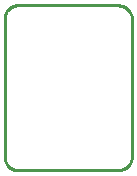
<source format=gbr>
G04 EAGLE Gerber RS-274X export*
G75*
%MOMM*%
%FSLAX34Y34*%
%LPD*%
%IN*%
%IPPOS*%
%AMOC8*
5,1,8,0,0,1.08239X$1,22.5*%
G01*
%ADD10C,0.254000*%


D10*
X-53975Y-57150D02*
X-54071Y-58125D01*
X-54082Y-59104D01*
X-54007Y-60080D01*
X-53848Y-61046D01*
X-53605Y-61995D01*
X-53280Y-62919D01*
X-52876Y-63811D01*
X-52396Y-64664D01*
X-51843Y-65473D01*
X-51222Y-66230D01*
X-50537Y-66930D01*
X-49794Y-67567D01*
X-48998Y-68138D01*
X-48155Y-68637D01*
X-47272Y-69060D01*
X-46356Y-69406D01*
X-45412Y-69669D01*
X-44450Y-69850D01*
X41275Y-69850D01*
X42382Y-69802D01*
X43480Y-69657D01*
X44562Y-69417D01*
X45619Y-69084D01*
X46642Y-68660D01*
X47625Y-68149D01*
X48559Y-67553D01*
X49438Y-66879D01*
X50255Y-66130D01*
X51004Y-65313D01*
X51678Y-64434D01*
X52274Y-63500D01*
X52785Y-62517D01*
X53209Y-61494D01*
X53542Y-60437D01*
X53782Y-59355D01*
X53927Y-58257D01*
X53975Y-57150D01*
X53975Y57150D01*
X53927Y58257D01*
X53782Y59355D01*
X53542Y60437D01*
X53209Y61494D01*
X52785Y62517D01*
X52274Y63500D01*
X51678Y64434D01*
X51004Y65313D01*
X50255Y66130D01*
X49438Y66879D01*
X48559Y67553D01*
X47625Y68149D01*
X46642Y68660D01*
X45619Y69084D01*
X44562Y69417D01*
X43480Y69657D01*
X42382Y69802D01*
X41275Y69850D01*
X-44450Y69850D01*
X-45412Y69669D01*
X-46356Y69406D01*
X-47272Y69060D01*
X-48155Y68637D01*
X-48998Y68138D01*
X-49794Y67567D01*
X-50537Y66930D01*
X-51222Y66230D01*
X-51843Y65473D01*
X-52396Y64664D01*
X-52876Y63811D01*
X-53280Y62919D01*
X-53605Y61995D01*
X-53848Y61046D01*
X-54007Y60080D01*
X-54082Y59104D01*
X-54071Y58125D01*
X-53975Y57150D01*
X-53975Y-57150D01*
M02*

</source>
